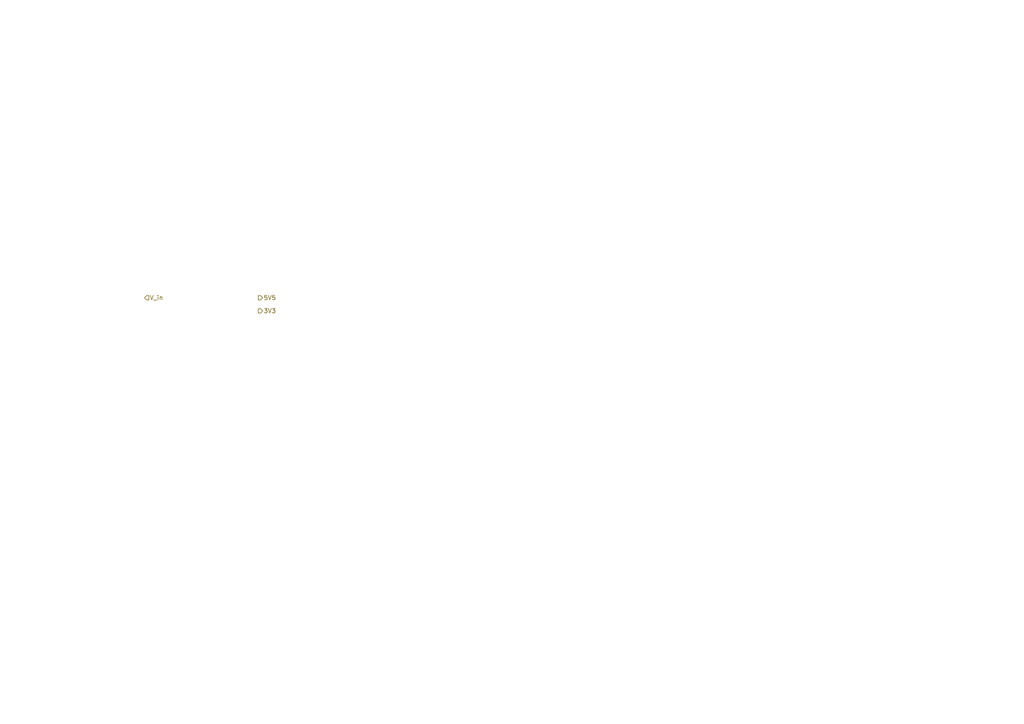
<source format=kicad_sch>
(kicad_sch
	(version 20231120)
	(generator "eeschema")
	(generator_version "8.0")
	(uuid "a4950c28-a4a7-46ac-b452-4ce3e8dc4dd4")
	(paper "A4")
	(lib_symbols)
	(hierarchical_label "3V3"
		(shape output)
		(at 74.93 90.17 0)
		(fields_autoplaced yes)
		(effects
			(font
				(size 1.27 1.27)
			)
			(justify left)
		)
		(uuid "3b234a57-119b-471d-bbed-ff69fbde8389")
	)
	(hierarchical_label "5V5"
		(shape output)
		(at 74.93 86.36 0)
		(fields_autoplaced yes)
		(effects
			(font
				(size 1.27 1.27)
			)
			(justify left)
		)
		(uuid "869709f2-8730-4797-8f83-9838d1c37e60")
	)
	(hierarchical_label "V_in"
		(shape input)
		(at 41.91 86.36 0)
		(fields_autoplaced yes)
		(effects
			(font
				(size 1.27 1.27)
			)
			(justify left)
		)
		(uuid "fe7201e8-5ade-43d3-94a2-b97bbc3f66c3")
	)
)

</source>
